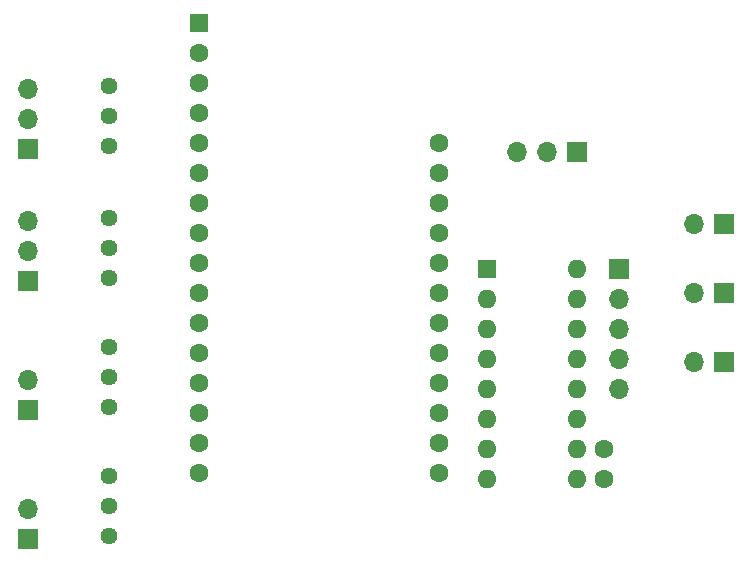
<source format=gbr>
%TF.GenerationSoftware,KiCad,Pcbnew,7.0.10*%
%TF.CreationDate,2024-03-12T15:44:40-06:00*%
%TF.ProjectId,Candy_Machine_rev2,43616e64-795f-44d6-9163-68696e655f72,rev?*%
%TF.SameCoordinates,Original*%
%TF.FileFunction,Soldermask,Top*%
%TF.FilePolarity,Negative*%
%FSLAX46Y46*%
G04 Gerber Fmt 4.6, Leading zero omitted, Abs format (unit mm)*
G04 Created by KiCad (PCBNEW 7.0.10) date 2024-03-12 15:44:40*
%MOMM*%
%LPD*%
G01*
G04 APERTURE LIST*
%ADD10C,1.440000*%
%ADD11R,1.700000X1.700000*%
%ADD12O,1.700000X1.700000*%
%ADD13R,1.600000X1.600000*%
%ADD14C,1.600000*%
%ADD15O,1.600000X1.600000*%
G04 APERTURE END LIST*
D10*
%TO.C,RV3*%
X124083878Y-92975142D03*
X124083878Y-95515142D03*
X124083878Y-98055142D03*
%TD*%
D11*
%TO.C,J4*%
X117225878Y-120142000D03*
D12*
X117225878Y-117602000D03*
%TD*%
D11*
%TO.C,J8*%
X176153878Y-99314000D03*
D12*
X173613878Y-99314000D03*
%TD*%
D11*
%TO.C,J3*%
X117225878Y-109220000D03*
D12*
X117225878Y-106680000D03*
%TD*%
D10*
%TO.C,RV4*%
X124083878Y-114808000D03*
X124083878Y-117348000D03*
X124083878Y-119888000D03*
%TD*%
D11*
%TO.C,J7*%
X176153878Y-93472000D03*
D12*
X173613878Y-93472000D03*
%TD*%
D13*
%TO.C,A1*%
X131703878Y-76454000D03*
D14*
X131703878Y-78994000D03*
X131703878Y-81534000D03*
X131703878Y-84074000D03*
X131703878Y-86614000D03*
X131703878Y-89154000D03*
X131703878Y-91694000D03*
X131703878Y-94234000D03*
X131703878Y-96774000D03*
X131703878Y-99314000D03*
X131703878Y-101854000D03*
X131703878Y-104394000D03*
X131703878Y-106934000D03*
X131703878Y-109474000D03*
X131703878Y-112014000D03*
X131703878Y-114554000D03*
X152023878Y-114554000D03*
X152023878Y-112014000D03*
X152023878Y-109474000D03*
X152023878Y-106934000D03*
X152023878Y-104394000D03*
X152023878Y-101854000D03*
X152023878Y-99314000D03*
X152023878Y-96774000D03*
X152023878Y-94234000D03*
X152023878Y-91694000D03*
X152023878Y-89154000D03*
X152023878Y-86614000D03*
%TD*%
D10*
%TO.C,RV1*%
X124083878Y-81788000D03*
X124083878Y-84328000D03*
X124083878Y-86868000D03*
%TD*%
D14*
%TO.C,C1*%
X165993878Y-115062000D03*
X165993878Y-112562000D03*
%TD*%
D11*
%TO.C,J2*%
X167263878Y-97282000D03*
D12*
X167263878Y-99822000D03*
X167263878Y-102362000D03*
X167263878Y-104902000D03*
X167263878Y-107442000D03*
%TD*%
D13*
%TO.C,U1*%
X156087878Y-97282000D03*
D15*
X156087878Y-99822000D03*
X156087878Y-102362000D03*
X156087878Y-104902000D03*
X156087878Y-107442000D03*
X156087878Y-109982000D03*
X156087878Y-112522000D03*
X156087878Y-115062000D03*
X163707878Y-115062000D03*
X163707878Y-112522000D03*
X163707878Y-109982000D03*
X163707878Y-107442000D03*
X163707878Y-104902000D03*
X163707878Y-102362000D03*
X163707878Y-99822000D03*
X163707878Y-97282000D03*
%TD*%
D11*
%TO.C,J6*%
X117225878Y-98298000D03*
D12*
X117225878Y-95758000D03*
X117225878Y-93218000D03*
%TD*%
D11*
%TO.C,J1*%
X163707878Y-87376000D03*
D12*
X161167878Y-87376000D03*
X158627878Y-87376000D03*
%TD*%
D11*
%TO.C,J5*%
X117225878Y-87122000D03*
D12*
X117225878Y-84582000D03*
X117225878Y-82042000D03*
%TD*%
D11*
%TO.C,J9*%
X176153878Y-105156000D03*
D12*
X173613878Y-105156000D03*
%TD*%
D10*
%TO.C,RV2*%
X124083878Y-103891570D03*
X124083878Y-106431570D03*
X124083878Y-108971570D03*
%TD*%
M02*

</source>
